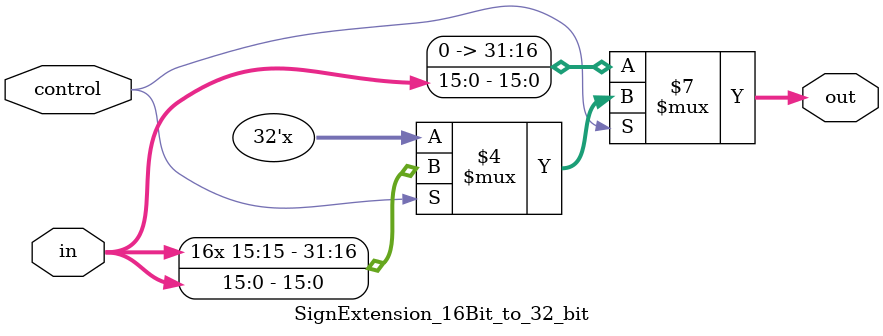
<source format=v>
`timescale 1ns / 1ps
module SignExtension_16Bit_to_32_bit(in, out, control);

    /* A 16-Bit input word */
    input [15:0] in;
    input control;
    /* A 32-Bit output word */
    output reg [31:0] out;
    

    always @(*)
    begin
        
        if(control == 0)
        begin
            out <= {16'b0, in[15:0]};
        end
        else if(control == 1)
        begin
            out <= { { 16 {in[15]} }, in[15:0] };
        end
    end
    


endmodule

</source>
